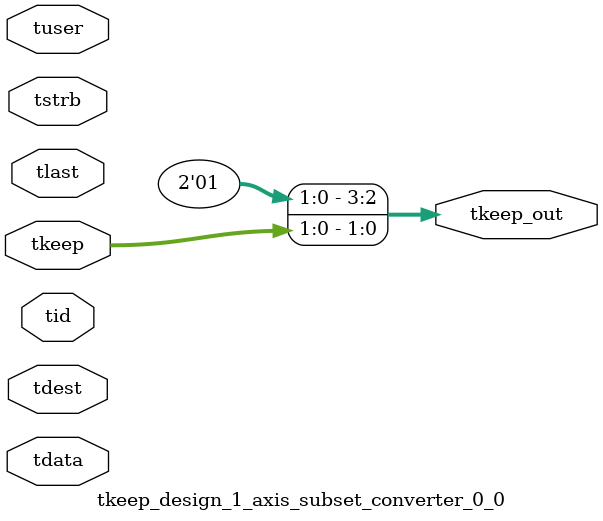
<source format=v>


`timescale 1ps/1ps

module tkeep_design_1_axis_subset_converter_0_0 #
(
parameter C_S_AXIS_TDATA_WIDTH = 32,
parameter C_S_AXIS_TUSER_WIDTH = 0,
parameter C_S_AXIS_TID_WIDTH   = 0,
parameter C_S_AXIS_TDEST_WIDTH = 0,
parameter C_M_AXIS_TDATA_WIDTH = 32
)
(
input  [(C_S_AXIS_TDATA_WIDTH == 0 ? 1 : C_S_AXIS_TDATA_WIDTH)-1:0     ] tdata,
input  [(C_S_AXIS_TUSER_WIDTH == 0 ? 1 : C_S_AXIS_TUSER_WIDTH)-1:0     ] tuser,
input  [(C_S_AXIS_TID_WIDTH   == 0 ? 1 : C_S_AXIS_TID_WIDTH)-1:0       ] tid,
input  [(C_S_AXIS_TDEST_WIDTH == 0 ? 1 : C_S_AXIS_TDEST_WIDTH)-1:0     ] tdest,
input  [(C_S_AXIS_TDATA_WIDTH/8)-1:0 ] tkeep,
input  [(C_S_AXIS_TDATA_WIDTH/8)-1:0 ] tstrb,
input                                                                    tlast,
output [(C_M_AXIS_TDATA_WIDTH/8)-1:0 ] tkeep_out
);

assign tkeep_out = {1'b1,tkeep[1:0]};

endmodule


</source>
